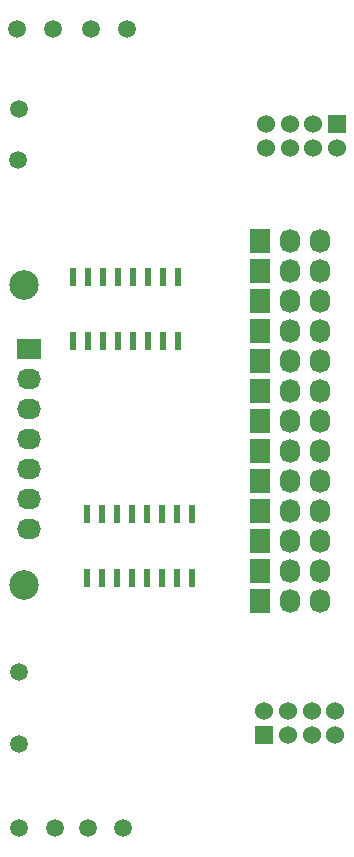
<source format=gbr>
G04 #@! TF.FileFunction,Soldermask,Bot*
%FSLAX46Y46*%
G04 Gerber Fmt 4.6, Leading zero omitted, Abs format (unit mm)*
G04 Created by KiCad (PCBNEW 4.0.2+dfsg1-stable) date Wed 09 May 2018 11:30:02 PM PDT*
%MOMM*%
G01*
G04 APERTURE LIST*
%ADD10C,0.100000*%
%ADD11C,2.500000*%
%ADD12R,2.032000X1.727200*%
%ADD13O,2.032000X1.727200*%
%ADD14R,1.727200X2.032000*%
%ADD15O,1.727200X2.032000*%
%ADD16R,0.600000X1.500000*%
%ADD17C,1.500000*%
%ADD18R,1.524000X1.524000*%
%ADD19C,1.524000*%
G04 APERTURE END LIST*
D10*
D11*
X153162000Y-111556800D03*
D12*
X153576020Y-91567000D03*
D13*
X153576020Y-94107000D03*
X153576020Y-96647000D03*
X153576020Y-99187000D03*
X153576020Y-101727000D03*
X153576020Y-104267000D03*
X153576020Y-106807000D03*
D14*
X173156020Y-92532000D03*
D15*
X175696020Y-92532000D03*
X178236020Y-92532000D03*
D14*
X173156020Y-95072000D03*
D15*
X175696020Y-95072000D03*
X178236020Y-95072000D03*
D14*
X173156020Y-100152000D03*
D15*
X175696020Y-100152000D03*
X178236020Y-100152000D03*
D14*
X173156020Y-107772000D03*
D15*
X175696020Y-107772000D03*
X178236020Y-107772000D03*
D14*
X173156020Y-105232000D03*
D15*
X175696020Y-105232000D03*
X178236020Y-105232000D03*
D14*
X173156020Y-84912000D03*
D15*
X175696020Y-84912000D03*
X178236020Y-84912000D03*
D14*
X173156020Y-82372000D03*
D15*
X175696020Y-82372000D03*
X178236020Y-82372000D03*
D14*
X173156020Y-102692000D03*
D15*
X175696020Y-102692000D03*
X178236020Y-102692000D03*
D14*
X173156020Y-87452000D03*
D15*
X175696020Y-87452000D03*
X178236020Y-87452000D03*
D14*
X173156020Y-89992000D03*
D15*
X175696020Y-89992000D03*
X178236020Y-89992000D03*
D14*
X173156020Y-112852000D03*
D15*
X175696020Y-112852000D03*
X178236020Y-112852000D03*
D14*
X173156020Y-110312000D03*
D15*
X175696020Y-110312000D03*
X178236020Y-110312000D03*
D16*
X166182040Y-90863400D03*
X164912040Y-90863400D03*
X163642040Y-90863400D03*
X162372040Y-90863400D03*
X161102040Y-90863400D03*
X159832040Y-90863400D03*
X158562040Y-90863400D03*
X157292040Y-90863400D03*
X157292040Y-85463400D03*
X158562040Y-85463400D03*
X159832040Y-85463400D03*
X161102040Y-85463400D03*
X162372040Y-85463400D03*
X163642040Y-85463400D03*
X164912040Y-85463400D03*
X166182040Y-85463400D03*
X158539180Y-105504020D03*
X159809180Y-105504020D03*
X161079180Y-105504020D03*
X162349180Y-105504020D03*
X163619180Y-105504020D03*
X164889180Y-105504020D03*
X166159180Y-105504020D03*
X167429180Y-105504020D03*
X167429180Y-110904020D03*
X166159180Y-110904020D03*
X164889180Y-110904020D03*
X163619180Y-110904020D03*
X162349180Y-110904020D03*
X161079180Y-110904020D03*
X159809180Y-110904020D03*
X158539180Y-110904020D03*
D14*
X173156020Y-97612000D03*
D15*
X175696020Y-97612000D03*
X178236020Y-97612000D03*
D17*
X152603200Y-64465200D03*
X155651200Y-64465200D03*
X158826200Y-64465200D03*
X161874200Y-64465200D03*
X152781000Y-132080000D03*
X155829000Y-132080000D03*
X158623000Y-132080000D03*
X161544000Y-132080000D03*
X152730200Y-71221600D03*
X152781000Y-124968000D03*
X152679400Y-75514200D03*
X152781000Y-118872000D03*
D11*
X153162000Y-86156800D03*
D18*
X179657000Y-72533000D03*
D19*
X177657000Y-72533000D03*
X175657000Y-72533000D03*
X173657000Y-72533000D03*
X179657000Y-74533000D03*
X177657000Y-74533000D03*
X175657000Y-74533000D03*
X173657000Y-74533000D03*
D18*
X173530000Y-124190000D03*
D19*
X175530000Y-124190000D03*
X177530000Y-124190000D03*
X179530000Y-124190000D03*
X173530000Y-122190000D03*
X175530000Y-122190000D03*
X177530000Y-122190000D03*
X179530000Y-122190000D03*
M02*

</source>
